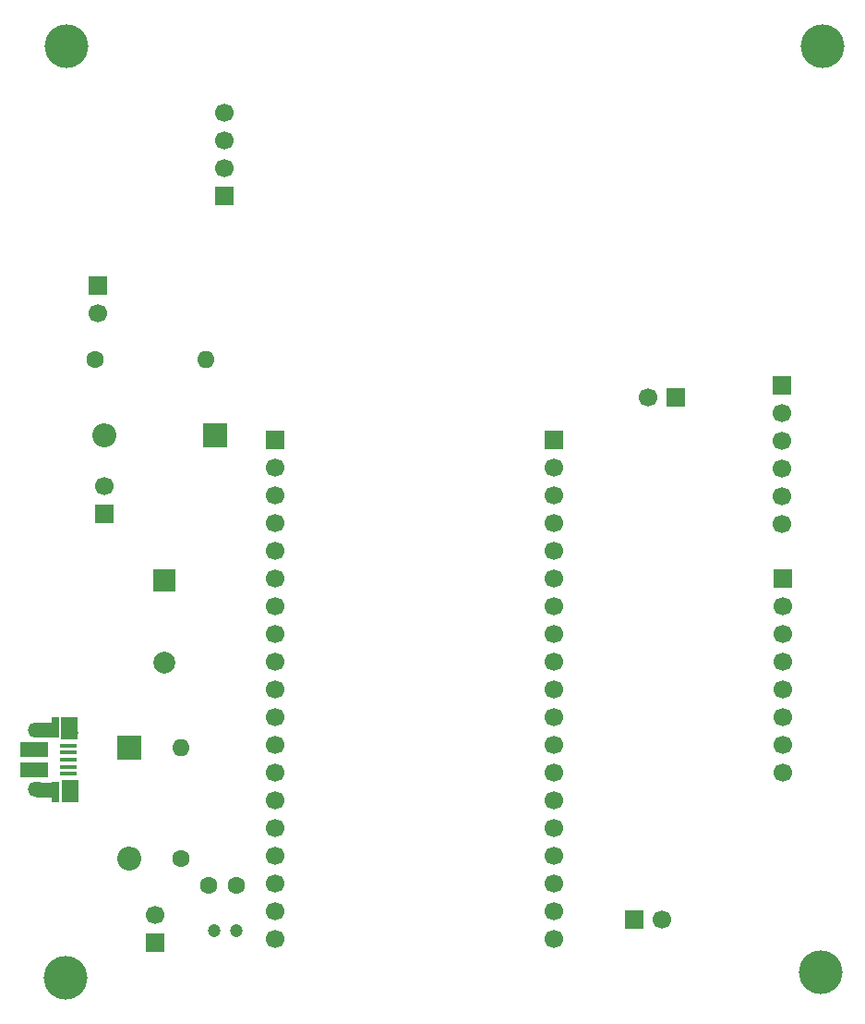
<source format=gbr>
%TF.GenerationSoftware,KiCad,Pcbnew,9.0.1*%
%TF.CreationDate,2025-07-05T17:29:08+03:00*%
%TF.ProjectId,Main,4d61696e-2e6b-4696-9361-645f70636258,rev?*%
%TF.SameCoordinates,Original*%
%TF.FileFunction,Soldermask,Top*%
%TF.FilePolarity,Negative*%
%FSLAX46Y46*%
G04 Gerber Fmt 4.6, Leading zero omitted, Abs format (unit mm)*
G04 Created by KiCad (PCBNEW 9.0.1) date 2025-07-05 17:29:08*
%MOMM*%
%LPD*%
G01*
G04 APERTURE LIST*
%ADD10C,1.200000*%
%ADD11C,1.600000*%
%ADD12O,1.600000X1.600000*%
%ADD13R,2.200000X2.200000*%
%ADD14O,2.200000X2.200000*%
%ADD15R,0.700000X1.825000*%
%ADD16R,1.500000X2.000000*%
%ADD17R,2.000000X1.350000*%
%ADD18O,1.700000X1.350000*%
%ADD19O,1.500000X1.100000*%
%ADD20R,2.500000X1.430000*%
%ADD21R,1.650000X0.400000*%
%ADD22C,4.000000*%
%ADD23R,1.700000X1.700000*%
%ADD24C,1.700000*%
%ADD25R,2.000000X2.000000*%
%ADD26C,2.000000*%
G04 APERTURE END LIST*
D10*
%TO.C,C1*%
X70860000Y-111910000D03*
X72860000Y-111910000D03*
%TD*%
D11*
%TO.C,C2*%
X72850000Y-107740000D03*
X70350000Y-107740000D03*
%TD*%
D12*
%TO.C,R1*%
X70053200Y-59537600D03*
D11*
X59893200Y-59537600D03*
%TD*%
D13*
%TO.C,D2*%
X63020000Y-95150000D03*
D14*
X63020000Y-105310000D03*
%TD*%
D13*
%TO.C,D1*%
X70950000Y-66490000D03*
D14*
X60790000Y-66490000D03*
%TD*%
D15*
%TO.C,J6*%
X56280200Y-99236000D03*
D16*
X57600200Y-99136000D03*
D17*
X55530200Y-98986000D03*
D18*
X54600200Y-98966000D03*
D19*
X57600200Y-98656000D03*
D20*
X54330200Y-97196000D03*
X54330200Y-95276000D03*
D19*
X57600200Y-93816000D03*
D18*
X54600200Y-93506000D03*
D17*
X55530200Y-93506000D03*
D16*
X57580200Y-93386000D03*
D15*
X56280200Y-93286000D03*
D21*
X57480200Y-97536000D03*
X57480200Y-96886000D03*
X57480200Y-96236000D03*
X57480200Y-95586000D03*
X57480200Y-94936000D03*
%TD*%
D22*
%TO.C,H4*%
X57270000Y-30830000D03*
%TD*%
%TO.C,H3*%
X57240000Y-116210000D03*
%TD*%
%TO.C,H2*%
X126460000Y-115700000D03*
%TD*%
%TO.C,H1*%
X126660000Y-30890000D03*
%TD*%
D23*
%TO.C,J4*%
X122950000Y-79640000D03*
D24*
X122950000Y-82180000D03*
X122950000Y-84720000D03*
X122950000Y-87260000D03*
X122950000Y-89800000D03*
X122950000Y-92340000D03*
X122950000Y-94880000D03*
X122950000Y-97420000D03*
%TD*%
D23*
%TO.C,SW2*%
X109321600Y-110871000D03*
D24*
X111861600Y-110871000D03*
%TD*%
D25*
%TO.C,BZ1*%
X66294000Y-79776000D03*
D26*
X66294000Y-87376000D03*
%TD*%
D23*
%TO.C,J5*%
X122936000Y-61976000D03*
D24*
X122936000Y-64516000D03*
X122936000Y-67056000D03*
X122936000Y-69596000D03*
X122936000Y-72136000D03*
X122936000Y-74676000D03*
%TD*%
D23*
%TO.C,J1*%
X101981000Y-66929000D03*
D24*
X101981000Y-69469000D03*
X101981000Y-72009000D03*
X101981000Y-74549000D03*
X101981000Y-77089000D03*
X101981000Y-79629000D03*
X101981000Y-82169000D03*
X101981000Y-84709000D03*
X101981000Y-87249000D03*
X101981000Y-89789000D03*
X101981000Y-92329000D03*
X101981000Y-94869000D03*
X101981000Y-97409000D03*
X101981000Y-99949000D03*
X101981000Y-102489000D03*
X101981000Y-105029000D03*
X101981000Y-107569000D03*
X101981000Y-110109000D03*
X101981000Y-112649000D03*
%TD*%
D11*
%TO.C,R4*%
X67820000Y-105250000D03*
D12*
X67820000Y-95090000D03*
%TD*%
D23*
%TO.C,R2*%
X60147200Y-52781200D03*
D24*
X60147200Y-55321200D03*
%TD*%
D23*
%TO.C,R3*%
X65420000Y-112990000D03*
D24*
X65420000Y-110450000D03*
%TD*%
D23*
%TO.C,J3*%
X71755000Y-44577000D03*
D24*
X71755000Y-42037000D03*
X71755000Y-39497000D03*
X71755000Y-36957000D03*
%TD*%
D23*
%TO.C,J2*%
X76428600Y-66929000D03*
D24*
X76428600Y-69469000D03*
X76428600Y-72009000D03*
X76428600Y-74549000D03*
X76428600Y-77089000D03*
X76428600Y-79629000D03*
X76428600Y-82169000D03*
X76428600Y-84709000D03*
X76428600Y-87249000D03*
X76428600Y-89789000D03*
X76428600Y-92329000D03*
X76428600Y-94869000D03*
X76428600Y-97409000D03*
X76428600Y-99949000D03*
X76428600Y-102489000D03*
X76428600Y-105029000D03*
X76428600Y-107569000D03*
X76428600Y-110109000D03*
X76428600Y-112649000D03*
%TD*%
D23*
%TO.C,SW1*%
X113131600Y-63068200D03*
D24*
X110591600Y-63068200D03*
%TD*%
D23*
%TO.C,SW3*%
X60731400Y-73685400D03*
D24*
X60731400Y-71145400D03*
%TD*%
M02*

</source>
